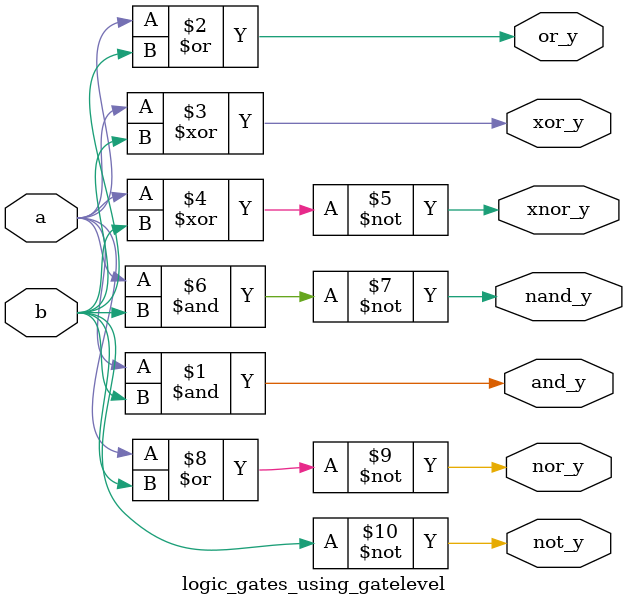
<source format=v>
module logic_gates_using_gatelevel(a,b,and_y,or_y,not_y,xor_y,xnor_y,nand_y,nor_y);
input a,b;
output and_y,or_y,not_y,xor_y,xnor_y,nand_y,nor_y;
and a1(and_y,a,b);
or b1(or_y,a,b);
not c1(not_y,b);
xor d1(xor_y,a,b);
xnor e1(xnor_y,a,b);
nand f1(nand_y,a,b);
nor g1(nor_y,a,b);
endmodule


</source>
